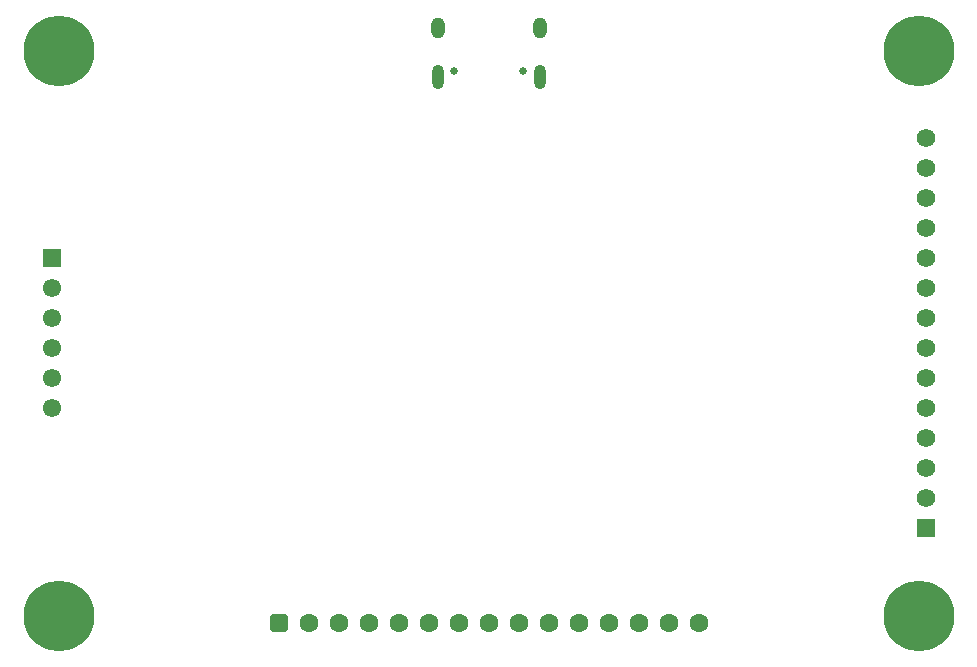
<source format=gbr>
%TF.GenerationSoftware,Altium Limited,Altium Designer,26.2.0 (7)*%
G04 Layer_Color=255*
%FSLAX45Y45*%
%MOMM*%
%TF.SameCoordinates,98F60570-CFD4-4618-BAC5-DA2D18F82F03*%
%TF.FilePolarity,Positive*%
%TF.FileFunction,Pads,Bot*%
%TF.Part,Single*%
G01*
G75*
%TA.AperFunction,ComponentPad*%
%ADD38C,1.57000*%
%ADD39R,1.57000X1.57000*%
%ADD40C,1.55000*%
%ADD41R,1.55000X1.55000*%
%ADD42C,1.60000*%
G04:AMPARAMS|DCode=43|XSize=1.6mm|YSize=1.6mm|CornerRadius=0.4mm|HoleSize=0mm|Usage=FLASHONLY|Rotation=0.000|XOffset=0mm|YOffset=0mm|HoleType=Round|Shape=RoundedRectangle|*
%AMROUNDEDRECTD43*
21,1,1.60000,0.80000,0,0,0.0*
21,1,0.80000,1.60000,0,0,0.0*
1,1,0.80000,0.40000,-0.40000*
1,1,0.80000,-0.40000,-0.40000*
1,1,0.80000,-0.40000,0.40000*
1,1,0.80000,0.40000,0.40000*
%
%ADD43ROUNDEDRECTD43*%
%TA.AperFunction,TestPad*%
%ADD44O,1.00000X2.10000*%
%ADD45O,1.20000X1.80000*%
%TA.AperFunction,ViaPad*%
%ADD46C,6.00000*%
%TA.AperFunction,TestPad*%
%ADD47C,0.65000*%
D38*
X7700000Y4401000D02*
D03*
Y4147000D02*
D03*
Y3893000D02*
D03*
Y3639000D02*
D03*
Y3385000D02*
D03*
Y3131000D02*
D03*
Y2877000D02*
D03*
Y2623000D02*
D03*
Y2369000D02*
D03*
Y2115000D02*
D03*
Y1861000D02*
D03*
Y1607000D02*
D03*
Y1353000D02*
D03*
D39*
Y1099000D02*
D03*
D40*
X300000Y2369000D02*
D03*
Y2623000D02*
D03*
Y2877000D02*
D03*
Y3131000D02*
D03*
Y2115000D02*
D03*
D41*
Y3385000D02*
D03*
D42*
X5524000Y300000D02*
D03*
X5270000D02*
D03*
X4254000D02*
D03*
X3492000D02*
D03*
X2476000D02*
D03*
X2730000D02*
D03*
X3238000D02*
D03*
X4000000D02*
D03*
X4762000D02*
D03*
X5016000D02*
D03*
X4508000D02*
D03*
X3746000D02*
D03*
X2984000D02*
D03*
X5778000D02*
D03*
D43*
X2222000D02*
D03*
D44*
X3568000Y4919750D02*
D03*
X4432000D02*
D03*
D45*
Y5337750D02*
D03*
X3568000D02*
D03*
D46*
X7640000Y5140000D02*
D03*
Y360000D02*
D03*
X360000D02*
D03*
Y5140000D02*
D03*
D47*
X4289000Y4969750D02*
D03*
X3711000D02*
D03*
%TF.MD5,a6b5a3965196e7ffa195be2451b2b18a*%
M02*

</source>
